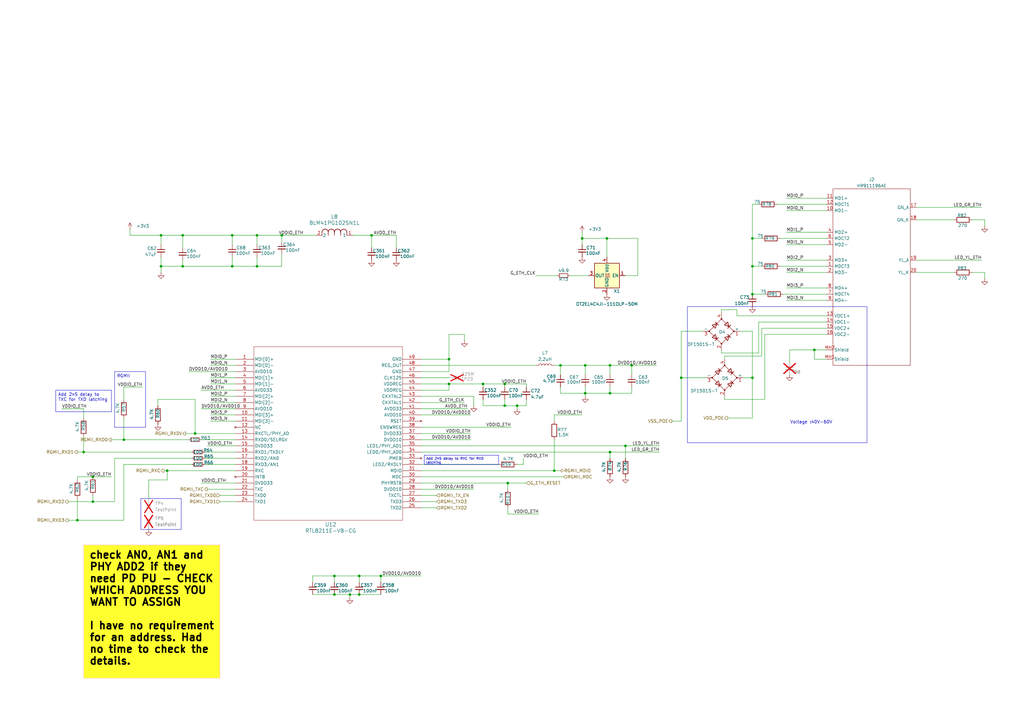
<source format=kicad_sch>
(kicad_sch (version 20231120) (generator "eeschema") (generator_version "8.0")
  (paper "A3")
  (title_block (title "RASBB") (date "2025-04-13") (rev "B") (company "Mina Daneshpajouh"))
  (lib_symbols
    (symbol "Connector:TestPoint" (pin_numbers hide) (pin_names (offset 0.762) hide)
      (property "Reference" "TP" (at 0 6.858 0))
      (property "Value" "TestPoint" (at 0 5.08 0))
      (symbol "TestPoint_1_1"
        (pin passive line (at 0 0 90) (length 2.54) (name "1") (number "1"))
      )
    )
    (symbol "Device:C_Small" (pin_numbers hide) (pin_names (offset 0.254) hide)
      (property "Reference" "C" (at 0.254 1.778 0))
      (property "Value" "C_Small" (at 0.254 -2.032 0))
      (symbol "C_Small_1_1"
        (pin passive line (at 0 2.54 270) (length 2.032) (name "~") (number "1"))
        (pin passive line (at 0 -2.54 90) (length 2.032) (name "~") (number "2"))
      )
    )
    (symbol "Device:D_Bridge_+A-A" (pin_names (offset 0))
      (property "Reference" "D" (at 2.54 6.985 0))
      (property "Value" "D_Bridge_+A-A" (at 2.54 5.08 0))
      (symbol "D_Bridge_+A-A_1_1"
        (pin passive line (at 7.62 0 180) (length 2.54) (name "+") (number "1"))
        (pin passive line (at 0 -7.62 90) (length 2.54) (name "~") (number "2"))
        (pin passive line (at -7.62 0 0) (length 2.54) (name "-") (number "3"))
        (pin passive line (at 0 7.62 270) (length 2.54) (name "~") (number "4"))
      )
    )
    (symbol "Device:L" (pin_numbers hide) (pin_names (offset 1.016) hide)
      (property "Reference" "L" (at -1.27 0 90))
      (property "Value" "L" (at 1.905 0 90))
      (symbol "L_1_1"
        (pin passive line (at 0 3.81 270) (length 1.27) (name "1") (number "1"))
        (pin passive line (at 0 -3.81 90) (length 1.27) (name "2") (number "2"))
      )
    )
    (symbol "Device:R" (pin_numbers hide) (pin_names (offset 0))
      (property "Reference" "R" (at 2.032 0 90))
      (property "Value" "R" (at 0 0 90))
      (symbol "R_1_1"
        (pin passive line (at 0 3.81 270) (length 1.27) (name "~") (number "1"))
        (pin passive line (at 0 -3.81 90) (length 1.27) (name "~") (number "2"))
      )
    )
    (symbol "Device:R_Small" (pin_numbers hide) (pin_names (offset 0.254) hide)
      (property "Reference" "R" (at 0.762 0.508 0))
      (property "Value" "R_Small" (at 0.762 -1.016 0))
      (symbol "R_Small_1_1"
        (pin passive line (at 0 2.54 270) (length 0.762) (name "~") (number "1"))
        (pin passive line (at 0 -2.54 90) (length 0.762) (name "~") (number "2"))
      )
    )
    (symbol "Oscillator:ASE-xxxMHz" (pin_names (offset 0.254))
      (property "Reference" "X" (at -5.08 6.35 0))
      (property "Value" "ASE-xxxMHz" (at 1.27 -6.35 0))
      (symbol "ASE-xxxMHz_1_1"
        (pin input line (at -7.62 0 0) (length 2.54) (name "EN") (number "1"))
        (pin power_in line (at 0 -7.62 90) (length 2.54) (name "GND") (number "2"))
        (pin output line (at 7.62 0 180) (length 2.54) (name "OUT") (number "3"))
        (pin power_in line (at 0 7.62 270) (length 2.54) (name "Vdd") (number "4"))
      )
    )
    (symbol "RASBB_Library:BLM41PG102SN1L" (pin_names (offset 0.254))
      (property "Reference" "L" (at 6.985 5.08 0))
      (property "Value" "BLM41PG102SN1L" (at 6.985 -2.54 0))
      (symbol "BLM41PG102SN1L_1_1"
        (pin unspecified line (at 15.24 0 180) (length 2.54) (name "1") (number "1"))
        (pin unspecified line (at 0 0 0) (length 2.54) (name "2") (number "2"))
      )
      (symbol "BLM41PG102SN1L_1_2"
        (pin unspecified line (at 0 15.24 270) (length 2.54) (name "1") (number "1"))
        (pin unspecified line (at 0 0 90) (length 2.54) (name "2") (number "2"))
      )
    )
    (symbol "RASBB_Library:HR911196AE"
      (property "Reference" "J2" (at 9.525 27.94 0))
      (property "Value" "HR911196AE" (at 9.525 25.4 0))
      (symbol "HR911196AE_1_1"
        (pin output line (at -8.89 -7.62 0) (length 2.54) (name "MDCT3") (number "1"))
        (pin input line (at -8.89 15.24 0) (length 2.54) (name "MD1-") (number "10"))
        (pin input line (at -8.89 20.32 0) (length 2.54) (name "MD1+") (number "11"))
        (pin input line (at -8.89 17.78 0) (length 2.54) (name "MDCT1") (number "12"))
        (pin power_out line (at -8.89 -27.94 0) (length 2.54) (name "VDC1+") (number "13"))
        (pin power_out line (at -8.89 -30.48 0) (length 2.54) (name "VDC1-") (number "14"))
        (pin power_out line (at -8.89 -33.02 0) (length 2.54) (name "VDC2+") (number "15"))
        (pin power_out line (at -8.89 -35.56 0) (length 2.54) (name "VDC2-") (number "16"))
        (pin input line (at 27.94 16.51 180) (length 2.54) (name "GN_A") (number "17"))
        (pin passive line (at 27.94 11.43 180) (length 2.54) (name "GN_K") (number "18"))
        (pin input line (at 27.94 -5.08 180) (length 2.54) (name "YL_A") (number "19"))
        (pin output line (at -8.89 -10.16 0) (length 2.54) (name "MD3-") (number "2"))
        (pin passive line (at 27.94 -10.16 180) (length 2.54) (name "YL_K") (number "20"))
        (pin output line (at -8.89 -5.08 0) (length 2.54) (name "MD3+") (number "3"))
        (pin output line (at -8.89 6.35 0) (length 2.54) (name "MD2+") (number "4"))
        (pin output line (at -8.89 1.27 0) (length 2.54) (name "MD2-") (number "5"))
        (pin output line (at -8.89 3.81 0) (length 2.54) (name "MDCT2") (number "6"))
        (pin output line (at -8.89 -19.05 0) (length 2.54) (name "MDCT4") (number "7"))
        (pin output line (at -8.89 -16.51 0) (length 2.54) (name "MD4+") (number "8"))
        (pin output line (at -8.89 -21.59 0) (length 2.54) (name "MD4-") (number "9"))
        (pin passive line (at -8.89 -45.72 0) (length 2.54) (name "Shield") (number "MH1"))
        (pin passive line (at -8.89 -41.91 0) (length 2.54) (name "Shield") (number "MH2"))
      )
    )
    (symbol "RASBB_Library:RTL8211E-VB-CG" (pin_names (offset 0.254))
      (property "Reference" "U12" (at 38.1 10.16 0))
      (property "Value" "RTL8211E-VB-CG" (at 38.1 7.62 0))
      (symbol "RTL8211E-VB-CG_0_1"
        (pin bidirectional line (at 0 0 0) (length 7.62) (name "MDI[0]+") (number "1"))
        (pin bidirectional line (at 0 -22.86 0) (length 7.62) (name "MDI[3]+") (number "10"))
        (pin bidirectional line (at 0 -25.4 0) (length 7.62) (name "MDI[3]-") (number "11"))
        (pin no_connect line (at 0 -27.94 0) (length 7.62) (name "NC") (number "12"))
        (pin output line (at 0 -30.48 0) (length 7.62) (name "RXCTL/PHY_AD") (number "13"))
        (pin output line (at 0 -33.02 0) (length 7.62) (name "RXD0/SELRGV") (number "14"))
        (pin power_in line (at 0 -35.56 0) (length 7.62) (name "DVDD33") (number "15"))
        (pin output line (at 0 -38.1 0) (length 7.62) (name "RXD1/TXDLY") (number "16"))
        (pin output line (at 0 -40.64 0) (length 7.62) (name "RXD2/AN0") (number "17"))
        (pin output line (at 0 -43.18 0) (length 7.62) (name "RXD3/AN1") (number "18"))
        (pin output line (at 0 -45.72 0) (length 7.62) (name "RXC") (number "19"))
        (pin bidirectional line (at 0 -2.54 0) (length 7.62) (name "MDI[0]-") (number "2"))
        (pin no_connect line (at 0 -48.26 0) (length 7.62) (name "INTB") (number "20"))
        (pin power_in line (at 0 -50.8 0) (length 7.62) (name "DVDD33") (number "21"))
        (pin input line (at 0 -53.34 0) (length 7.62) (name "TXC") (number "22"))
        (pin input line (at 0 -55.88 0) (length 7.62) (name "TXD0") (number "23"))
        (pin input line (at 0 -58.42 0) (length 7.62) (name "TXD1") (number "24"))
        (pin input line (at 76.2 -60.96 180) (length 7.62) (name "TXD2") (number "25"))
        (pin input line (at 76.2 -58.42 180) (length 7.62) (name "TXD3") (number "26"))
        (pin input line (at 76.2 -55.88 180) (length 7.62) (name "TXCTL") (number "27"))
        (pin power_in line (at 76.2 -53.34 180) (length 7.62) (name "DVDD10") (number "28"))
        (pin input line (at 76.2 -50.8 180) (length 7.62) (name "PHYRSTB") (number "29"))
        (pin power_in line (at 0 -5.08 0) (length 7.62) (name "AVDD10") (number "3"))
        (pin input line (at 76.2 -48.26 180) (length 7.62) (name "MDC") (number "30"))
        (pin bidirectional line (at 76.2 -45.72 180) (length 7.62) (name "MDIO") (number "31"))
        (pin output line (at 76.2 -43.18 180) (length 7.62) (name "LED2/RXDLY") (number "32"))
        (pin no_connect line (at 76.2 -40.64 180) (length 7.62) (name "PMEB") (number "33"))
        (pin output line (at 76.2 -38.1 180) (length 7.62) (name "LED0/PHY_AD0") (number "34"))
        (pin output line (at 76.2 -35.56 180) (length 7.62) (name "LED1/PHY_AD1") (number "35"))
        (pin power_in line (at 76.2 -33.02 180) (length 7.62) (name "DVDD10") (number "36"))
        (pin power_in line (at 76.2 -30.48 180) (length 7.62) (name "DVDD33") (number "37"))
        (pin input line (at 76.2 -27.94 180) (length 7.62) (name "ENSWREG") (number "38"))
        (pin no_connect line (at 76.2 -25.4 180) (length 7.62) (name "RSET") (number "39"))
        (pin bidirectional line (at 0 -7.62 0) (length 7.62) (name "MDI[1]+") (number "4"))
        (pin power_in line (at 76.2 -22.86 180) (length 7.62) (name "AVDD10") (number "40"))
        (pin power_in line (at 76.2 -20.32 180) (length 7.62) (name "AVDD33") (number "41"))
        (pin input line (at 76.2 -17.78 180) (length 7.62) (name "CKXTAL1") (number "42"))
        (pin output line (at 76.2 -15.24 180) (length 7.62) (name "CKXTAL2") (number "43"))
        (pin power_in line (at 76.2 -12.7 180) (length 7.62) (name "VDDREG") (number "44"))
        (pin power_in line (at 76.2 -10.16 180) (length 7.62) (name "VDDREG") (number "45"))
        (pin power_out line (at 76.2 -5.08 180) (length 7.62) (name "GND") (number "47"))
        (pin output line (at 76.2 -2.54 180) (length 7.62) (name "REG_OUT") (number "48"))
        (pin power_out line (at 76.2 0 180) (length 7.62) (name "GND") (number "49"))
        (pin bidirectional line (at 0 -10.16 0) (length 7.62) (name "MDI[1]-") (number "5"))
        (pin power_in line (at 0 -12.7 0) (length 7.62) (name "AVDD33") (number "6"))
        (pin bidirectional line (at 0 -15.24 0) (length 7.62) (name "MDI[2]+") (number "7"))
        (pin bidirectional line (at 0 -17.78 0) (length 7.62) (name "MDI[2]-") (number "8"))
        (pin power_in line (at 0 -20.32 0) (length 7.62) (name "AVDD10") (number "9"))
      )
      (symbol "RTL8211E-VB-CG_1_1"
        (pin output line (at 76.2 -7.62 180) (length 7.62) (name "CLK125") (number "46"))
      )
    )
    (symbol "power:+3.3V" (power) (pin_numbers hide) (pin_names (offset 0) hide)
      (property "Value" "+3.3V" (at 0 3.556 0))
      (symbol "+3.3V_1_1"
        (pin power_in line (at 0 0 90) (length 0) (name "~") (number "1"))
      )
    )
    (symbol "power:GND" (power) (pin_numbers hide) (pin_names (offset 0) hide)
      (property "Value" "GND" (at 0 -3.81 0))
      (symbol "GND_1_1"
        (pin power_in line (at 0 0 270) (length 0) hide (name "GND") (number "1"))
      )
    )
  )
  (junction (at 66.04 109.22))
  (junction (at 115.57 96.52))
  (junction (at 68.58 193.04))
  (junction (at 137.16 236.22))
  (junction (at 229.87 149.86))
  (junction (at 50.8 180.34))
  (junction (at 198.12 157.48))
  (junction (at 227.33 193.04))
  (junction (at 208.28 198.12))
  (junction (at 74.93 96.52))
  (junction (at 308.61 120.65))
  (junction (at 184.15 147.32))
  (junction (at 334.01 143.51))
  (junction (at 250.19 161.29))
  (junction (at 147.32 236.22))
  (junction (at 156.21 236.22))
  (junction (at 248.92 97.79))
  (junction (at 308.61 109.22))
  (junction (at 31.75 213.36))
  (junction (at 152.4 96.52))
  (junction (at 184.15 157.48))
  (junction (at 143.51 243.84))
  (junction (at 240.03 161.29))
  (junction (at 105.41 96.52))
  (junction (at 95.25 96.52))
  (junction (at 147.32 243.84))
  (junction (at 238.76 97.79))
  (junction (at 38.1 205.74))
  (junction (at 308.61 154.94))
  (junction (at 137.16 243.84))
  (junction (at 212.09 166.37))
  (junction (at 34.29 185.42))
  (junction (at 250.19 149.86))
  (junction (at 38.1 195.58))
  (junction (at 240.03 149.86))
  (junction (at 279.4 154.94))
  (junction (at 256.54 182.88))
  (junction (at 250.19 185.42))
  (junction (at 308.61 97.79))
  (junction (at 95.25 109.22))
  (junction (at 66.04 96.52))
  (junction (at 259.08 149.86))
  (junction (at 207.01 166.37))
  (junction (at 74.93 109.22))
  (junction (at 80.01 177.8))
  (junction (at 105.41 109.22))
  (junction (at 207.01 157.48))
  (wire (pts (xy 95.25 109.22) (xy 95.25 105.41)))
  (wire (pts (xy 31.75 185.42) (xy 34.29 185.42)))
  (wire (pts (xy 105.41 96.52) (xy 115.57 96.52)))
  (wire (pts (xy 38.1 205.74) (xy 46.99 205.74)))
  (wire (pts (xy 80.01 163.83) (xy 80.01 177.8)))
  (wire (pts (xy 288.29 135.89) (xy 279.4 135.89)))
  (wire (pts (xy 96.52 205.74) (xy 90.17 205.74)))
  (wire (pts (xy 279.4 154.94) (xy 289.56 154.94)))
  (wire (pts (xy 207.01 157.48) (xy 207.01 158.75)))
  (wire (pts (xy 46.99 187.96) (xy 78.74 187.96)))
  (wire (pts (xy 308.61 97.79) (xy 308.61 109.22)))
  (wire (pts (xy 82.55 160.02) (xy 96.52 160.02)))
  (wire (pts (xy 215.9 157.48) (xy 215.9 158.75)))
  (wire (pts (xy 238.76 95.25) (xy 238.76 97.79)))
  (wire (pts (xy 95.25 96.52) (xy 105.41 96.52)))
  (wire (pts (xy 227.33 180.34) (xy 227.33 193.04)))
  (wire (pts (xy 219.71 149.86) (xy 172.72 149.86)))
  (wire (pts (xy 250.19 161.29) (xy 240.03 161.29)))
  (wire (pts (xy 313.69 137.16) (xy 313.69 163.83)))
  (wire (pts (xy 308.61 83.82) (xy 311.15 83.82)))
  (wire (pts (xy 256.54 113.03) (xy 261.62 113.03)))
  (wire (pts (xy 66.04 109.22) (xy 66.04 111.76)))
  (wire (pts (xy 308.61 83.82) (xy 308.61 97.79)))
  (wire (pts (xy 184.15 147.32) (xy 184.15 137.16)))
  (wire (pts (xy 302.26 129.54) (xy 302.26 127)))
  (wire (pts (xy 31.75 213.36) (xy 50.8 213.36)))
  (wire (pts (xy 229.87 149.86) (xy 229.87 153.67)))
  (wire (pts (xy 60.96 196.85) (xy 68.58 196.85)))
  (wire (pts (xy 279.4 135.89) (xy 279.4 154.94)))
  (wire (pts (xy 184.15 152.4) (xy 184.15 147.32)))
  (wire (pts (xy 308.61 154.94) (xy 308.61 171.45)))
  (wire (pts (xy 86.36 154.94) (xy 96.52 154.94)))
  (wire (pts (xy 190.5 137.16) (xy 190.5 139.7)))
  (wire (pts (xy 207.01 157.48) (xy 215.9 157.48)))
  (wire (pts (xy 172.72 180.34) (xy 193.04 180.34)))
  (wire (pts (xy 240.03 161.29) (xy 229.87 161.29)))
  (wire (pts (xy 339.09 147.32) (xy 334.01 147.32)))
  (wire (pts (xy 375.92 85.09) (xy 402.59 85.09)))
  (wire (pts (xy 313.69 163.83) (xy 297.18 163.83)))
  (wire (pts (xy 318.77 83.82) (xy 339.09 83.82)))
  (wire (pts (xy 34.29 171.45) (xy 34.29 167.64)))
  (wire (pts (xy 308.61 97.79) (xy 312.42 97.79)))
  (wire (pts (xy 403.86 90.17) (xy 403.86 92.71)))
  (wire (pts (xy 198.12 166.37) (xy 207.01 166.37)))
  (wire (pts (xy 76.2 177.8) (xy 80.01 177.8)))
  (wire (pts (xy 172.72 190.5) (xy 204.47 190.5)))
  (wire (pts (xy 172.72 177.8) (xy 193.04 177.8)))
  (wire (pts (xy 172.72 198.12) (xy 208.28 198.12)))
  (wire (pts (xy 302.26 127) (xy 295.91 127)))
  (wire (pts (xy 74.93 96.52) (xy 95.25 96.52)))
  (wire (pts (xy 297.18 163.83) (xy 297.18 162.56)))
  (wire (pts (xy 115.57 104.14) (xy 115.57 109.22)))
  (wire (pts (xy 172.72 157.48) (xy 184.15 157.48)))
  (wire (pts (xy 162.56 96.52) (xy 162.56 101.6)))
  (wire (pts (xy 312.42 146.05) (xy 297.18 146.05)))
  (wire (pts (xy 308.61 120.65) (xy 313.69 120.65)))
  (wire (pts (xy 308.61 109.22) (xy 312.42 109.22)))
  (wire (pts (xy 60.96 196.85) (xy 60.96 204.47)))
  (wire (pts (xy 66.04 105.41) (xy 66.04 109.22)))
  (wire (pts (xy 375.92 106.68) (xy 402.59 106.68)))
  (wire (pts (xy 25.4 167.64) (xy 34.29 167.64)))
  (wire (pts (xy 66.04 96.52) (xy 66.04 100.33)))
  (wire (pts (xy 312.42 134.62) (xy 312.42 146.05)))
  (wire (pts (xy 172.72 195.58) (xy 231.14 195.58)))
  (wire (pts (xy 184.15 157.48) (xy 198.12 157.48)))
  (wire (pts (xy 398.78 111.76) (xy 403.86 111.76)))
  (wire (pts (xy 172.72 200.66) (xy 194.31 200.66)))
  (wire (pts (xy 66.04 96.52) (xy 74.93 96.52)))
  (wire (pts (xy 82.55 167.64) (xy 96.52 167.64)))
  (wire (pts (xy 38.1 203.2) (xy 38.1 205.74)))
  (wire (pts (xy 95.25 109.22) (xy 105.41 109.22)))
  (wire (pts (xy 50.8 180.34) (xy 77.47 180.34)))
  (wire (pts (xy 156.21 236.22) (xy 172.72 236.22)))
  (wire (pts (xy 86.36 165.1) (xy 96.52 165.1)))
  (wire (pts (xy 147.32 236.22) (xy 137.16 236.22)))
  (wire (pts (xy 115.57 109.22) (xy 105.41 109.22)))
  (wire (pts (xy 152.4 96.52) (xy 162.56 96.52)))
  (wire (pts (xy 261.62 97.79) (xy 248.92 97.79)))
  (wire (pts (xy 321.31 120.65) (xy 339.09 120.65)))
  (wire (pts (xy 144.78 96.52) (xy 152.4 96.52)))
  (wire (pts (xy 172.72 193.04) (xy 227.33 193.04)))
  (wire (pts (xy 105.41 96.52) (xy 105.41 100.33)))
  (wire (pts (xy 34.29 179.07) (xy 34.29 185.42)))
  (wire (pts (xy 250.19 149.86) (xy 240.03 149.86)))
  (wire (pts (xy 295.91 127) (xy 295.91 128.27)))
  (wire (pts (xy 208.28 198.12) (xy 215.9 198.12)))
  (wire (pts (xy 156.21 238.76) (xy 156.21 236.22)))
  (wire (pts (xy 46.99 205.74) (xy 46.99 187.96)))
  (wire (pts (xy 212.09 166.37) (xy 215.9 166.37)))
  (wire (pts (xy 172.72 185.42) (xy 250.19 185.42)))
  (wire (pts (xy 198.12 157.48) (xy 198.12 158.75)))
  (wire (pts (xy 279.4 154.94) (xy 279.4 172.72)))
  (wire (pts (xy 240.03 149.86) (xy 229.87 149.86)))
  (wire (pts (xy 86.36 157.48) (xy 96.52 157.48)))
  (wire (pts (xy 240.03 158.75) (xy 240.03 161.29)))
  (wire (pts (xy 68.58 193.04) (xy 96.52 193.04)))
  (wire (pts (xy 322.58 86.36) (xy 339.09 86.36)))
  (wire (pts (xy 212.09 190.5) (xy 214.63 190.5)))
  (wire (pts (xy 172.72 175.26) (xy 209.55 175.26)))
  (wire (pts (xy 228.6 113.03) (xy 219.71 113.03)))
  (wire (pts (xy 323.85 143.51) (xy 323.85 148.59)))
  (wire (pts (xy 83.82 190.5) (xy 96.52 190.5)))
  (wire (pts (xy 250.19 187.96) (xy 250.19 185.42)))
  (wire (pts (xy 172.72 162.56) (xy 194.31 162.56)))
  (wire (pts (xy 156.21 236.22) (xy 147.32 236.22)))
  (wire (pts (xy 82.55 180.34) (xy 96.52 180.34)))
  (wire (pts (xy 53.34 93.98) (xy 53.34 96.52)))
  (wire (pts (xy 66.04 109.22) (xy 74.93 109.22)))
  (wire (pts (xy 184.15 160.02) (xy 184.15 157.48)))
  (wire (pts (xy 308.61 109.22) (xy 308.61 120.65)))
  (wire (pts (xy 238.76 97.79) (xy 248.92 97.79)))
  (wire (pts (xy 143.51 243.84) (xy 147.32 243.84)))
  (wire (pts (xy 256.54 182.88) (xy 270.51 182.88)))
  (wire (pts (xy 64.77 163.83) (xy 64.77 166.37)))
  (wire (pts (xy 227.33 172.72) (xy 227.33 170.18)))
  (wire (pts (xy 238.76 97.79) (xy 238.76 100.33)))
  (wire (pts (xy 50.8 190.5) (xy 78.74 190.5)))
  (wire (pts (xy 259.08 149.86) (xy 250.19 149.86)))
  (wire (pts (xy 375.92 90.17) (xy 391.16 90.17)))
  (wire (pts (xy 31.75 195.58) (xy 38.1 195.58)))
  (wire (pts (xy 320.04 109.22) (xy 339.09 109.22)))
  (wire (pts (xy 303.53 135.89) (xy 308.61 135.89)))
  (wire (pts (xy 80.01 177.8) (xy 96.52 177.8)))
  (wire (pts (xy 137.16 243.84) (xy 143.51 243.84)))
  (wire (pts (xy 241.3 113.03) (xy 233.68 113.03)))
  (wire (pts (xy 298.45 171.45) (xy 308.61 171.45)))
  (wire (pts (xy 208.28 210.82) (xy 220.98 210.82)))
  (wire (pts (xy 86.36 149.86) (xy 96.52 149.86)))
  (wire (pts (xy 250.19 158.75) (xy 250.19 161.29)))
  (wire (pts (xy 334.01 147.32) (xy 334.01 143.51)))
  (wire (pts (xy 322.58 123.19) (xy 339.09 123.19)))
  (wire (pts (xy 240.03 161.29) (xy 240.03 162.56)))
  (wire (pts (xy 250.19 149.86) (xy 250.19 153.67)))
  (wire (pts (xy 172.72 203.2) (xy 179.07 203.2)))
  (wire (pts (xy 147.32 243.84) (xy 156.21 243.84)))
  (wire (pts (xy 311.15 132.08) (xy 311.15 144.78)))
  (wire (pts (xy 86.36 172.72) (xy 96.52 172.72)))
  (wire (pts (xy 322.58 81.28) (xy 339.09 81.28)))
  (wire (pts (xy 322.58 100.33) (xy 339.09 100.33)))
  (wire (pts (xy 339.09 132.08) (xy 311.15 132.08)))
  (wire (pts (xy 172.72 167.64) (xy 191.77 167.64)))
  (wire (pts (xy 339.09 137.16) (xy 313.69 137.16)))
  (wire (pts (xy 95.25 96.52) (xy 95.25 100.33)))
  (wire (pts (xy 172.72 182.88) (xy 256.54 182.88)))
  (wire (pts (xy 194.31 162.56) (xy 194.31 166.37)))
  (wire (pts (xy 322.58 118.11) (xy 339.09 118.11)))
  (wire (pts (xy 322.58 95.25) (xy 339.09 95.25)))
  (wire (pts (xy 339.09 143.51) (xy 334.01 143.51)))
  (wire (pts (xy 334.01 143.51) (xy 323.85 143.51)))
  (wire (pts (xy 214.63 187.96) (xy 214.63 190.5)))
  (wire (pts (xy 322.58 106.68) (xy 339.09 106.68)))
  (wire (pts (xy 184.15 137.16) (xy 190.5 137.16)))
  (wire (pts (xy 398.78 90.17) (xy 403.86 90.17)))
  (wire (pts (xy 85.09 200.66) (xy 96.52 200.66)))
  (wire (pts (xy 96.52 152.4) (xy 77.47 152.4)))
  (wire (pts (xy 240.03 149.86) (xy 240.03 153.67)))
  (wire (pts (xy 86.36 162.56) (xy 96.52 162.56)))
  (wire (pts (xy 82.55 198.12) (xy 96.52 198.12)))
  (wire (pts (xy 50.8 213.36) (xy 50.8 190.5)))
  (wire (pts (xy 27.94 213.36) (xy 31.75 213.36)))
  (wire (pts (xy 147.32 236.22) (xy 147.32 238.76)))
  (wire (pts (xy 74.93 96.52) (xy 74.93 101.6)))
  (wire (pts (xy 227.33 193.04) (xy 229.87 193.04)))
  (wire (pts (xy 320.04 97.79) (xy 339.09 97.79)))
  (wire (pts (xy 322.58 111.76) (xy 339.09 111.76)))
  (wire (pts (xy 375.92 111.76) (xy 391.16 111.76)))
  (wire (pts (xy 86.36 170.18) (xy 96.52 170.18)))
  (wire (pts (xy 85.09 182.88) (xy 96.52 182.88)))
  (wire (pts (xy 208.28 210.82) (xy 208.28 208.28)))
  (wire (pts (xy 74.93 106.68) (xy 74.93 109.22)))
  (wire (pts (xy 229.87 161.29) (xy 229.87 158.75)))
  (wire (pts (xy 261.62 113.03) (xy 261.62 97.79)))
  (wire (pts (xy 256.54 182.88) (xy 256.54 187.96)))
  (wire (pts (xy 83.82 185.42) (xy 96.52 185.42)))
  (wire (pts (xy 172.72 147.32) (xy 184.15 147.32)))
  (wire (pts (xy 297.18 146.05) (xy 297.18 147.32)))
  (wire (pts (xy 172.72 154.94) (xy 184.15 154.94)))
  (wire (pts (xy 339.09 129.54) (xy 302.26 129.54)))
  (wire (pts (xy 152.4 96.52) (xy 152.4 101.6)))
  (wire (pts (xy 207.01 163.83) (xy 207.01 166.37)))
  (wire (pts (xy 172.72 205.74) (xy 179.07 205.74)))
  (wire (pts (xy 143.51 243.84) (xy 143.51 245.11)))
  (wire (pts (xy 248.92 97.79) (xy 248.92 105.41)))
  (wire (pts (xy 172.72 208.28) (xy 179.07 208.28)))
  (wire (pts (xy 105.41 105.41) (xy 105.41 109.22)))
  (wire (pts (xy 212.09 166.37) (xy 212.09 167.64)))
  (wire (pts (xy 172.72 152.4) (xy 184.15 152.4)))
  (wire (pts (xy 198.12 163.83) (xy 198.12 166.37)))
  (wire (pts (xy 96.52 203.2) (xy 90.17 203.2)))
  (wire (pts (xy 128.27 243.84) (xy 137.16 243.84)))
  (wire (pts (xy 339.09 134.62) (xy 312.42 134.62)))
  (wire (pts (xy 74.93 109.22) (xy 95.25 109.22)))
  (wire (pts (xy 53.34 96.52) (xy 66.04 96.52)))
  (wire (pts (xy 215.9 166.37) (xy 215.9 163.83)))
  (wire (pts (xy 250.19 185.42) (xy 270.51 185.42)))
  (wire (pts (xy 27.94 205.74) (xy 38.1 205.74)))
  (wire (pts (xy 45.72 180.34) (xy 50.8 180.34)))
  (wire (pts (xy 50.8 171.45) (xy 50.8 180.34)))
  (wire (pts (xy 259.08 158.75) (xy 259.08 161.29)))
  (wire (pts (xy 403.86 111.76) (xy 403.86 114.3)))
  (wire (pts (xy 68.58 196.85) (xy 68.58 193.04)))
  (wire (pts (xy 38.1 195.58) (xy 45.72 195.58)))
  (wire (pts (xy 115.57 96.52) (xy 129.54 96.52)))
  (wire (pts (xy 115.57 96.52) (xy 115.57 99.06)))
  (wire (pts (xy 229.87 149.86) (xy 227.33 149.86)))
  (wire (pts (xy 83.82 187.96) (xy 96.52 187.96)))
  (wire (pts (xy 308.61 154.94) (xy 304.8 154.94)))
  (wire (pts (xy 50.8 158.75) (xy 58.42 158.75)))
  (wire (pts (xy 67.31 193.04) (xy 68.58 193.04)))
  (wire (pts (xy 172.72 160.02) (xy 184.15 160.02)))
  (wire (pts (xy 128.27 236.22) (xy 128.27 238.76)))
  (wire (pts (xy 64.77 163.83) (xy 80.01 163.83)))
  (wire (pts (xy 137.16 236.22) (xy 128.27 236.22)))
  (wire (pts (xy 50.8 158.75) (xy 50.8 163.83)))
  (wire (pts (xy 86.36 147.32) (xy 96.52 147.32)))
  (wire (pts (xy 295.91 144.78) (xy 295.91 143.51)))
  (wire (pts (xy 198.12 157.48) (xy 207.01 157.48)))
  (wire (pts (xy 31.75 196.85) (xy 31.75 195.58)))
  (wire (pts (xy 137.16 236.22) (xy 137.16 238.76)))
  (wire (pts (xy 227.33 170.18) (xy 238.76 170.18)))
  (wire (pts (xy 31.75 204.47) (xy 31.75 213.36)))
  (wire (pts (xy 269.24 149.86) (xy 259.08 149.86)))
  (wire (pts (xy 172.72 165.1) (xy 190.5 165.1)))
  (wire (pts (xy 259.08 161.29) (xy 250.19 161.29)))
  (wire (pts (xy 275.59 172.72) (xy 279.4 172.72)))
  (wire (pts (xy 172.72 170.18) (xy 193.04 170.18)))
  (wire (pts (xy 259.08 149.86) (xy 259.08 153.67)))
  (wire (pts (xy 308.61 135.89) (xy 308.61 154.94)))
  (wire (pts (xy 207.01 166.37) (xy 212.09 166.37)))
  (wire (pts (xy 311.15 144.78) (xy 295.91 144.78)))
  (wire (pts (xy 208.28 198.12) (xy 208.28 200.66)))
  (wire (pts (xy 34.29 185.42) (xy 78.74 185.42)))
  (rectangle (start 281.94 125.73) (end 355.6 181.61))
  (rectangle (start 57.785 204.47) (end 74.295 217.17))
  (text_box "check AN0, AN1 and PHY ADD2 if they need PD PU - CHECK WHICH ADDRESS YOU WANT TO ASSIGN\n\nI have no requirement for an address. Had no time to check the details.\n" (at 34.29 223.52 0) (size 55.88 54.61) (stroke (width 0) (color 255 176 189 1)) (fill (type color) (color 255 255 48 1)) (effects (font (size 3 3) (thickness 0.6) (bold yes)) (justify left top)))
  (text_box "Add 2nS delay to TXC for TXD latching\n" (at 22.86 160.02 0) (size 22.86 8.89) (effects (font (size 1.27 1.27)) (justify left top)))
  (text_box "RGMII\n" (at 46.99 152.4 0) (size 12.7 22.86) (effects (font (size 1.27 1.27)) (justify left top)))
  (text_box "Add 2nS delay to RXC for RXD latching\n" (at 173.99 186.69 0) (size 30.48 3.81) (effects (font (size 1 1)) (justify left top)))
  (text "Voltage :40V-60V" (at 332.74 173.228 0) (effects (font (size 1.27 1.27))))
  (label "MDI3_P" (at 86.36 170.18 0))
  (label "VDDIO_ETH" (at 25.4 167.64 0))
  (label "MDI3_N" (at 322.58 123.19 0))
  (label "MDI2_N" (at 322.58 111.76 0))
  (label "LED_YL_ETH" (at 402.59 106.68 180))
  (label "VDDIO_ETH" (at 85.09 182.88 0))
  (label "VDDIO_ETH" (at 82.55 198.12 0))
  (label "AVDD_ETH" (at 162.56 96.52 180))
  (label "DVDD10{slash}AVDD10" (at 172.72 236.22 180))
  (label "MDI3_P" (at 322.58 118.11 0))
  (label "VDDIO_ETH" (at 114.3 96.52 0))
  (label "LED_YL_ETH" (at 270.51 182.88 180))
  (label "DVDD10{slash}AVDD10" (at 82.55 167.64 0))
  (label "MDI2_P" (at 322.58 106.68 0))
  (label "LED_GR_ETH" (at 402.59 85.09 180))
  (label "VDDIO_ETH" (at 238.76 170.18 180))
  (label "G_ETH_CLK" (at 190.5 165.1 180))
  (label "G_ETH_CLK" (at 219.71 113.03 180))
  (label "MDI0_P" (at 86.36 147.32 0))
  (label "MDI0_P" (at 322.58 81.28 0))
  (label "MDI0_N" (at 86.36 149.86 0))
  (label "MDI2_P" (at 86.36 162.56 0))
  (label "DVDD10{slash}AVDD10" (at 193.04 170.18 180))
  (label "VDDIO_ETH" (at 220.98 210.82 180))
  (label "DVDD10{slash}AVDD10" (at 193.04 180.34 180))
  (label "DVDD10{slash}AVDD10" (at 269.24 149.86 180))
  (label "MDI2_N" (at 86.36 165.1 0))
  (label "MDI1_P" (at 322.58 95.25 0))
  (label "AVDD_ETH" (at 191.77 167.64 180))
  (label "LED_GR_ETH" (at 270.51 185.42 180))
  (label "MDI1_N" (at 322.58 100.33 0))
  (label "MDI3_N" (at 86.36 172.72 0))
  (label "AVDD_ETH" (at 82.55 160.02 0))
  (label "VDDIO_ETH" (at 58.42 158.75 180))
  (label "MDI1_N" (at 86.36 157.48 0))
  (label "MDI0_N" (at 322.58 86.36 0))
  (label "DVDD10{slash}AVDD10" (at 194.31 200.66 180))
  (label "MDI1_P" (at 86.36 154.94 0))
  (label "VDDIO_ETH" (at 214.63 187.96 0))
  (label "VDDIO_ETH" (at 45.72 195.58 180))
  (label "VDDIO_ETH" (at 193.04 177.8 180))
  (label "VDDIO_ETH" (at 209.55 175.26 180))
  (label "VDDIO_ETH" (at 215.9 157.48 180))
  (label "DVDD10{slash}AVDD10" (at 77.47 152.4 0))
  (hierarchical_label "RGMII_RXD3" (shape output) (at 27.94 213.36 180))
  (hierarchical_label "RGMII_TXD0" (shape input) (at 90.17 203.2 180))
  (hierarchical_label "G_ETH_RESET" (shape input) (at 215.9 198.12 0))
  (hierarchical_label "VSS_POE" (shape output) (at 275.59 172.72 180))
  (hierarchical_label "RGMII_RXC" (shape output) (at 67.31 193.04 180))
  (hierarchical_label "RGMII_RXD1" (shape output) (at 31.75 185.42 180))
  (hierarchical_label "RGMII_TXD3" (shape input) (at 179.07 205.74 0))
  (hierarchical_label "RGMII_RXDV" (shape output) (at 76.2 177.8 180))
  (hierarchical_label "RGMII_RXD0" (shape output) (at 45.72 180.34 180))
  (hierarchical_label "RGMII_TX_EN" (shape input) (at 179.07 203.2 0))
  (hierarchical_label "RGMII_TXD2" (shape input) (at 179.07 208.28 0))
  (hierarchical_label "RGMII_MDIO" (shape bidirectional) (at 229.87 193.04 0))
  (hierarchical_label "RGMII_MDC" (shape input) (at 231.14 195.58 0))
  (hierarchical_label "VDD_POE" (shape output) (at 298.45 171.45 180))
  (hierarchical_label "RGMII_TXC" (shape output) (at 85.09 200.66 180))
  (hierarchical_label "RGMII_TXD1" (shape input) (at 90.17 205.74 180))
  (hierarchical_label "RGMII_RXD2" (shape output) (at 27.94 205.74 180))
  (symbol (lib_id "Device:C_Small") (at 128.27 241.3 0) (unit 1)
    (property "Reference" "C359" (at 133.858 240.03 0) (effects (justify right)))
    (property "Value" "100nF" (at 135.89 242.316 0) (effects (justify right)))
    (property "Footprint" "Capacitor_SMD:C_0402_1005Metric" (effects (hide yes)))
    (property "Datasheet" "https://www.lcsc.com/datasheet/lcsc_datasheet_2309201533_Walsin-Tech-Corp-0402B103K100CT_C3840241.pdf" (effects (hide yes)))
    (property "Description" "10V 100nF X7R ±10% 0402 Multilayer Ceramic Capacitors MLCC - SMD/SMT ROHS" (effects (hide yes)))
    (property "Mfr. Part #" "0402B104K500CT" (effects (hide yes)))
    (property "LCSC Part #" "C152814" (effects (hide yes)))
  )
  (symbol (lib_id "Device:R_Small") (at 80.01 180.34 90) (unit 1)
    (property "Reference" "R63" (at 84.328 179.578 90))
    (property "Value" "100" (at 79.756 180.34 90))
    (property "Footprint" "Resistor_SMD:R_0402_1005Metric" (effects (hide yes)))
    (property "Description" "62.5mW Thick Film Resistors 50V ±100ppm/℃ ±1% 100Ω 0402 Chip Resistor - Surface Mount ROHS" (effects (hide yes)))
    (property "Mfr. Part #" "WR04X1000FTL" (effects (hide yes)))
    (property "LCSC Part #" "C163808" (effects (hide yes)))
  )
  (symbol (lib_id "power:GND") (at 323.85 153.67 0) (mirror y) (unit 1)
    (property "Reference" "#PWR061" (effects (hide yes)))
    (property "Value" "GND" (effects (hide yes)))
  )
  (symbol (lib_id "Device:R") (at 314.96 83.82 90) (unit 1)
    (property "Reference" "R78" (at 316.484 83.82 90) (effects (justify left)))
    (property "Value" "75" (at 311.912 82.804 90) (effects (justify left)))
    (property "Footprint" "Resistor_SMD:R_0603_1608Metric" (effects (hide yes)))
    (property "Description" "250mW Thick Film Resistors 150V ±100ppm/℃ ±1% 75Ω 0603 Chip Resistor - Surface Mount ROHS" (effects (hide yes)))
    (property "Mfr. Part #  " "ESR03EZPF75R0" (effects (hide yes)))
    (property "LCSC Part #  " "C2074227" (effects (hide yes)))
    (property "LCSC Part #" "C2074227" (effects (hide yes)))
    (property "Mfr. Part #" "ESR03EZPF75R0" (effects (hide yes)))
  )
  (symbol (lib_id "Device:C_Small") (at 105.41 102.87 0) (unit 1)
    (property "Reference" "C363" (at 110.998 101.6 0) (effects (justify right)))
    (property "Value" "100nF" (at 113.03 103.886 0) (effects (justify right)))
    (property "Footprint" "Capacitor_SMD:C_0402_1005Metric" (effects (hide yes)))
    (property "Datasheet" "https://www.lcsc.com/datasheet/lcsc_datasheet_2309201533_Walsin-Tech-Corp-0402B103K100CT_C3840241.pdf" (effects (hide yes)))
    (property "Description" "10V 100nF X7R ±10% 0402 Multilayer Ceramic Capacitors MLCC - SMD/SMT ROHS" (effects (hide yes)))
    (property "Mfr. Part #" "0402B104K500CT" (effects (hide yes)))
    (property "LCSC Part #" "C152814" (effects (hide yes)))
  )
  (symbol (lib_id "Device:C_Small") (at 198.12 161.29 0) (unit 1)
    (property "Reference" "C352" (at 203.708 160.02 0) (effects (justify right)))
    (property "Value" "100nF" (at 205.74 162.306 0) (effects (justify right)))
    (property "Footprint" "Capacitor_SMD:C_0402_1005Metric" (effects (hide yes)))
    (property "Datasheet" "https://www.lcsc.com/datasheet/lcsc_datasheet_2309201533_Walsin-Tech-Corp-0402B103K100CT_C3840241.pdf" (effects (hide yes)))
    (property "Description" "10V 100nF X7R ±10% 0402 Multilayer Ceramic Capacitors MLCC - SMD/SMT ROHS" (effects (hide yes)))
    (property "Mfr. Part #" "0402B104K500CT" (effects (hide yes)))
    (property "LCSC Part #" "C152814" (effects (hide yes)))
  )
  (symbol (lib_id "Device:R") (at 38.1 199.39 180) (unit 1)
    (property "Reference" "R61" (at 38.1 196.85 90) (effects (justify left)))
    (property "Value" "4.7K" (at 35.56 196.85 90) (effects (justify left)))
    (property "Footprint" "Resistor_SMD:R_0402_1005Metric" (effects (hide yes)))
    (property "Datasheet" "https://www.lcsc.com/datasheet/lcsc_datasheet_2304140030_Walsin-Tech-Corp-WR04X4701FTL_C163826.pdf" (effects (hide yes)))
    (property "Description" "62.5mW Thick Film Resistors 50V ±100ppm/℃ ±1% 4.7kΩ 0402 Chip Resistor - Surface Mount ROHS" (effects (hide yes)))
    (property "Mfr. Part # " "WR04X4701FTL" (effects (hide yes)))
    (property "LCSC Part # " "C163826" (effects (hide yes)))
    (property "Mfr. Part #" "WR04X4701FTL" (effects (hide yes)))
    (property "LCSC Part #" "C163826" (effects (hide yes)))
  )
  (symbol (lib_id "Device:C_Small") (at 156.21 241.3 0) (unit 1)
    (property "Reference" "C358" (at 161.798 240.03 0) (effects (justify right)))
    (property "Value" "100nF" (at 163.83 242.316 0) (effects (justify right)))
    (property "Footprint" "Capacitor_SMD:C_0402_1005Metric" (effects (hide yes)))
    (property "Datasheet" "https://www.lcsc.com/datasheet/lcsc_datasheet_2309201533_Walsin-Tech-Corp-0402B103K100CT_C3840241.pdf" (effects (hide yes)))
    (property "Description" "10V 100nF X7R ±10% 0402 Multilayer Ceramic Capacitors MLCC - SMD/SMT ROHS" (effects (hide yes)))
    (property "Mfr. Part #" "0402B104K500CT" (effects (hide yes)))
    (property "LCSC Part #" "C152814" (effects (hide yes)))
  )
  (symbol (lib_id "RASBB_Library:BLM41PG102SN1L") (at 129.54 96.52 0) (unit 1)
    (property "Reference" "L8" (at 137.16 88.9 0) (effects (font (size 1.524 1.524))))
    (property "Value" "BLM41PG102SN1L" (at 137.16 91.44 0) (effects (font (size 1.524 1.524))))
    (property "Footprint" "RASBB:IND_BLM41_1806_MUR-M" (effects (hide yes)))
    (property "Datasheet" "https://www.lcsc.com/datasheet/lcsc_datasheet_1808132354_Murata-Electronics-BLM41PG102SN1L_C88999.pdf" (effects (hide yes)))
    (property "Description" "90mΩ ±25% 1kΩ@100MHz 1806 Ferrite Beads ROHS" (effects (hide yes)))
    (property "Mfr. Part #  " "BLM41PG102SN1L" (effects (hide yes)))
    (property "LCSC Part #  " "C88999" (effects (hide yes)))
    (property "LCSC Part #" "C88999" (effects (hide yes)))
    (property "Mfr. Part #" "BLM41PG102SN1L" (effects (hide yes)))
  )
  (symbol (lib_id "Device:C_Small") (at 207.01 161.29 0) (unit 1)
    (property "Reference" "C70" (at 212.598 160.02 0) (effects (justify right)))
    (property "Value" "100nF" (at 214.63 162.306 0) (effects (justify right)))
    (property "Footprint" "Capacitor_SMD:C_0402_1005Metric" (effects (hide yes)))
    (property "Datasheet" "https://www.lcsc.com/datasheet/lcsc_datasheet_2309201533_Walsin-Tech-Corp-0402B103K100CT_C3840241.pdf" (effects (hide yes)))
    (property "Description" "10V 100nF X7R ±10% 0402 Multilayer Ceramic Capacitors MLCC - SMD/SMT ROHS" (effects (hide yes)))
    (property "Mfr. Part #" "0402B104K500CT" (effects (hide yes)))
    (property "LCSC Part #" "C152814" (effects (hide yes)))
  )
  (symbol (lib_id "Device:R_Small") (at 81.28 187.96 90) (unit 1)
    (property "Reference" "R65" (at 85.598 187.198 90))
    (property "Value" "100" (at 81.026 187.96 90))
    (property "Footprint" "Resistor_SMD:R_0402_1005Metric" (effects (hide yes)))
    (property "Description" "62.5mW Thick Film Resistors 50V ±100ppm/℃ ±1% 100Ω 0402 Chip Resistor - Surface Mount ROHS" (effects (hide yes)))
    (property "Mfr. Part #" "WR04X1000FTL" (effects (hide yes)))
    (property "LCSC Part #" "C163808" (effects (hide yes)))
  )
  (symbol (lib_id "Device:R") (at 208.28 190.5 270) (unit 1)
    (property "Reference" "R59" (at 205.74 190.5 90) (effects (justify left)))
    (property "Value" "4.7K" (at 206.248 188.214 90) (effects (justify left)))
    (property "Footprint" "Resistor_SMD:R_0402_1005Metric" (effects (hide yes)))
    (property "Datasheet" "https://www.lcsc.com/datasheet/lcsc_datasheet_2304140030_Walsin-Tech-Corp-WR04X4701FTL_C163826.pdf" (effects (hide yes)))
    (property "Description" "62.5mW Thick Film Resistors 50V ±100ppm/℃ ±1% 4.7kΩ 0402 Chip Resistor - Surface Mount ROHS" (effects (hide yes)))
    (property "Mfr. Part # " "WR04X4701FTL" (effects (hide yes)))
    (property "LCSC Part # " "C163826" (effects (hide yes)))
    (property "Mfr. Part #" "WR04X4701FTL" (effects (hide yes)))
    (property "LCSC Part #" "C163826" (effects (hide yes)))
  )
  (symbol (lib_id "Device:D_Bridge_+A-A") (at 295.91 135.89 0) (unit 1)
    (property "Reference" "D4" (at 296.164 136.144 0))
    (property "Value" "DF1501S-T" (at 287.528 141.224 0))
    (property "Footprint" "RASBB:DF1501ST" (effects (hide yes)))
    (property "Datasheet" "https://www.lcsc.com/datasheet/lcsc_datasheet_2304140030_Diodes-Incorporated-DF1501S-T_C155338.pdf" (effects (hide yes)))
    (property "Description" "50A 1.1V@1.5A 1.5A 100V DF-S Bridge Rectifiers ROHS" (effects (hide yes)))
    (property "Mfr. Part #  " "DF1501S-T" (effects (hide yes)))
    (property "LCSC Part #" "C155338" (effects (hide yes)))
    (property "Mfr. Part #" "DF1501S-T" (effects (hide yes)))
  )
  (symbol (lib_id "power:GND") (at 248.92 120.65 0) (mirror y) (unit 1)
    (property "Reference" "#PWR058" (effects (hide yes)))
    (property "Value" "GND" (effects (hide yes)))
  )
  (symbol (lib_id "RASBB_Library:RTL8211E-VB-CG") (at 96.52 147.32 0) (unit 1)
    (property "Reference" "U12" (at 135.636 215.138 0) (effects (font (size 1.524 1.524))))
    (property "Value" "RTL8211E-VB-CG" (at 135.636 217.678 0) (effects (font (size 1.524 1.524))))
    (property "Footprint" "RASBB:QFN48_6X6X0P85_RTK" (effects (hide yes)))
    (property "Datasheet" "RTL8211E-VB-CG" (effects (hide yes)))
    (property "Description" "4 PHYtransceiver QFN-48-EP(6x6) Ethernet Transceivers ROHS" (effects (hide yes)))
    (property "Mfr. Part # " "RTL8211E-VB-CG" (effects (hide yes)))
    (property "LCSC Part # " "C90735" (effects (hide yes)))
    (property "LCSC Part #" "C90735" (effects (hide yes)))
    (property "Mfr. Part #" "RTL8211E-VB-CG" (effects (hide yes)))
  )
  (symbol (lib_id "power:GND") (at 194.31 166.37 0) (mirror y) (unit 1)
    (property "Reference" "#PWR0248" (effects (hide yes)))
    (property "Value" "GND" (effects (hide yes)))
  )
  (symbol (lib_id "power:GND") (at 212.09 167.64 0) (unit 1)
    (property "Reference" "#PWR057" (effects (hide yes)))
    (property "Value" "GND" (effects (hide yes)))
  )
  (symbol (lib_id "Device:C_Small") (at 323.85 151.13 0) (unit 1) (dnp yes)
    (property "Reference" "C74" (effects (hide yes)))
    (property "Value" "tbd" (at 325.12 152.4 0) (effects (justify left)))
    (property "Footprint" "Capacitor_SMD:C_1206_3216Metric" (effects (hide yes)))
    (property "Description" "CAP, CER, 1nF, 2kV, 10%, X7R, 1210" (effects (hide yes)))
  )
  (symbol (lib_id "power:GND") (at 238.76 105.41 0) (mirror y) (unit 1)
    (property "Reference" "#PWR055" (effects (hide yes)))
    (property "Value" "GND" (effects (hide yes)))
  )
  (symbol (lib_id "power:GND") (at 256.54 195.58 0) (unit 1)
    (property "Reference" "#PWR056" (effects (hide yes)))
    (property "Value" "GND" (effects (hide yes)))
  )
  (symbol (lib_id "power:GND") (at 162.56 106.68 0) (unit 1)
    (property "Reference" "#PWR0249" (effects (hide yes)))
    (property "Value" "GND" (effects (hide yes)))
  )
  (symbol (lib_id "Device:C_Small") (at 229.87 156.21 0) (mirror y) (unit 1)
    (property "Reference" "C69" (at 228.092 154.432 0) (effects (justify left)))
    (property "Value" "4.7uF" (at 228.092 156.21 0) (effects (justify left)))
    (property "Footprint" "Capacitor_SMD:C_0402_1005Metric" (effects (hide yes)))
    (property "Datasheet" "https://www.lcsc.com/datasheet/lcsc_datasheet_1811081617_Murata-Electronics-GRM155R61A475KEAAD_C77004.pdf" (effects (hide yes)))
    (property "Description" "10V 4.7uF X5R ±10% 0402 Multilayer Ceramic Capacitors MLCC - SMD/SMT ROHS" (effects (hide yes)))
    (property "Mfr. Part #" "GRM155R61A475KEAAD " (effects (hide yes)))
    (property "LCSC Part #" "C77004" (effects (hide yes)))
  )
  (symbol (lib_id "Device:C_Small") (at 74.93 104.14 0) (unit 1)
    (property "Reference" "C64" (at 80.518 102.87 0) (effects (justify right)))
    (property "Value" "100nF" (at 82.55 105.156 0) (effects (justify right)))
    (property "Footprint" "Capacitor_SMD:C_0402_1005Metric" (effects (hide yes)))
    (property "Datasheet" "https://www.lcsc.com/datasheet/lcsc_datasheet_2309201533_Walsin-Tech-Corp-0402B103K100CT_C3840241.pdf" (effects (hide yes)))
    (property "Description" "10V 100nF X7R ±10% 0402 Multilayer Ceramic Capacitors MLCC - SMD/SMT ROHS" (effects (hide yes)))
    (property "Mfr. Part #" "0402B104K500CT" (effects (hide yes)))
    (property "LCSC Part #" "C152814" (effects (hide yes)))
  )
  (symbol (lib_id "Connector:TestPoint") (at 60.96 204.47 180) (unit 1) (dnp yes)
    (property "Reference" "TP4" (at 63.5 206.5019 0) (effects (justify right)))
    (property "Value" "TestPoint" (at 63.5 209.0419 0) (effects (justify right)))
    (property "Footprint" "TestPoint:TestPoint_Pad_D1.0mm" (effects (hide yes)))
    (property "Description" "test point" (effects (hide yes)))
  )
  (symbol (lib_id "Device:R") (at 316.23 109.22 90) (unit 1)
    (property "Reference" "R80" (at 317.754 109.22 90) (effects (justify left)))
    (property "Value" "75" (at 313.182 108.204 90) (effects (justify left)))
    (property "Footprint" "Resistor_SMD:R_0603_1608Metric" (effects (hide yes)))
    (property "Description" "250mW Thick Film Resistors 150V ±100ppm/℃ ±1% 75Ω 0603 Chip Resistor - Surface Mount ROHS" (effects (hide yes)))
    (property "Mfr. Part #  " "ESR03EZPF75R0" (effects (hide yes)))
    (property "LCSC Part #  " "C2074227" (effects (hide yes)))
    (property "LCSC Part #" "C2074227" (effects (hide yes)))
    (property "Mfr. Part #" "ESR03EZPF75R0" (effects (hide yes)))
  )
  (symbol (lib_id "power:GND") (at 240.03 162.56 0) (mirror y) (unit 1)
    (property "Reference" "#PWR048" (effects (hide yes)))
    (property "Value" "GND" (effects (hide yes)))
  )
  (symbol (lib_id "power:GND") (at 308.61 125.73 0) (mirror y) (unit 1)
    (property "Reference" "#PWR059" (effects (hide yes)))
    (property "Value" "GND" (effects (hide yes)))
  )
  (symbol (lib_id "Device:R") (at 34.29 175.26 180) (unit 1)
    (property "Reference" "R58" (at 34.29 172.72 90) (effects (justify left)))
    (property "Value" "4.7K" (at 31.75 172.72 90) (effects (justify left)))
    (property "Footprint" "Resistor_SMD:R_0402_1005Metric" (effects (hide yes)))
    (property "Datasheet" "https://www.lcsc.com/datasheet/lcsc_datasheet_2304140030_Walsin-Tech-Corp-WR04X4701FTL_C163826.pdf" (effects (hide yes)))
    (property "Description" "62.5mW Thick Film Resistors 50V ±100ppm/℃ ±1% 4.7kΩ 0402 Chip Resistor - Surface Mount ROHS" (effects (hide yes)))
    (property "Mfr. Part # " "WR04X4701FTL" (effects (hide yes)))
    (property "LCSC Part # " "C163826" (effects (hide yes)))
    (property "Mfr. Part #" "WR04X4701FTL" (effects (hide yes)))
    (property "LCSC Part #" "C163826" (effects (hide yes)))
  )
  (symbol (lib_id "Oscillator:ASE-xxxMHz") (at 248.92 113.03 0) (mirror y) (unit 1)
    (property "Reference" "X1" (at 252.984 119.38 0))
    (property "Value" "OT2EL4C4JI-111OLP-50M" (at 248.92 124.714 0))
    (property "Footprint" "Oscillator:Oscillator_SMD_Abracon_ASE-4Pin_3.2x2.5mm" (effects (hide yes)))
    (property "Datasheet" "https://www.lcsc.com/datasheet/lcsc_datasheet_2407310922_YXC-Crystal-Oscillators-OT2EL4C4JI-111OLP-50M_C5203552.pdf" (effects (hide yes)))
    (property "Description" "1.8V~3.3V ±10ppm CMOS 50MHz SMD3225-4P Crystal Oscillator" (effects (hide yes)))
    (property "LCSC Part #" "C5203552" (effects (hide yes)))
  )
  (symbol (lib_id "Device:C_Small") (at 137.16 241.3 0) (unit 1)
    (property "Reference" "C360" (at 142.748 240.03 0) (effects (justify right)))
    (property "Value" "100nF" (at 144.78 242.316 0) (effects (justify right)))
    (property "Footprint" "Capacitor_SMD:C_0402_1005Metric" (effects (hide yes)))
    (property "Datasheet" "https://www.lcsc.com/datasheet/lcsc_datasheet_2309201533_Walsin-Tech-Corp-0402B103K100CT_C3840241.pdf" (effects (hide yes)))
    (property "Description" "10V 100nF X7R ±10% 0402 Multilayer Ceramic Capacitors MLCC - SMD/SMT ROHS" (effects (hide yes)))
    (property "Mfr. Part #" "0402B104K500CT" (effects (hide yes)))
    (property "LCSC Part #" "C152814" (effects (hide yes)))
  )
  (symbol (lib_id "Device:C_Small") (at 238.76 102.87 0) (unit 1)
    (property "Reference" "C71" (at 244.348 101.6 0) (effects (justify right)))
    (property "Value" "100nF" (at 246.38 103.886 0) (effects (justify right)))
    (property "Footprint" "Capacitor_SMD:C_0402_1005Metric" (effects (hide yes)))
    (property "Datasheet" "https://www.lcsc.com/datasheet/lcsc_datasheet_2309201533_Walsin-Tech-Corp-0402B103K100CT_C3840241.pdf" (effects (hide yes)))
    (property "Description" "10V 100nF X7R ±10% 0402 Multilayer Ceramic Capacitors MLCC - SMD/SMT ROHS" (effects (hide yes)))
    (property "Mfr. Part #" "0402B104K500CT" (effects (hide yes)))
    (property "LCSC Part #" "C152814" (effects (hide yes)))
  )
  (symbol (lib_id "Device:R_Small") (at 81.28 185.42 90) (unit 1)
    (property "Reference" "R64" (at 85.344 184.658 90))
    (property "Value" "100" (at 81.026 185.42 90))
    (property "Footprint" "Resistor_SMD:R_0402_1005Metric" (effects (hide yes)))
    (property "Description" "62.5mW Thick Film Resistors 50V ±100ppm/℃ ±1% 100Ω 0402 Chip Resistor - Surface Mount ROHS" (effects (hide yes)))
    (property "Mfr. Part #" "WR04X1000FTL" (effects (hide yes)))
    (property "LCSC Part #" "C163808" (effects (hide yes)))
  )
  (symbol (lib_id "Device:C_Small") (at 259.08 156.21 0) (unit 1)
    (property "Reference" "C63" (at 265.684 154.686 0) (effects (justify right)))
    (property "Value" "100nF" (at 266.7 156.718 0) (effects (justify right)))
    (property "Footprint" "Capacitor_SMD:C_0402_1005Metric" (effects (hide yes)))
    (property "Datasheet" "https://www.lcsc.com/datasheet/lcsc_datasheet_2309201533_Walsin-Tech-Corp-0402B103K100CT_C3840241.pdf" (effects (hide yes)))
    (property "Description" "10V 100nF X7R ±10% 0402 Multilayer Ceramic Capacitors MLCC - SMD/SMT ROHS" (effects (hide yes)))
    (property "Mfr. Part #" "0402B104K500CT" (effects (hide yes)))
    (property "LCSC Part #" "C152814" (effects (hide yes)))
  )
  (symbol (lib_id "Device:R") (at 250.19 191.77 180) (unit 1)
    (property "Reference" "R74" (at 250.19 189.23 90) (effects (justify left)))
    (property "Value" "4.7K" (at 247.65 189.23 90) (effects (justify left)))
    (property "Footprint" "Resistor_SMD:R_0402_1005Metric" (effects (hide yes)))
    (property "Datasheet" "https://www.lcsc.com/datasheet/lcsc_datasheet_2304140030_Walsin-Tech-Corp-WR04X4701FTL_C163826.pdf" (effects (hide yes)))
    (property "Description" "62.5mW Thick Film Resistors 50V ±100ppm/℃ ±1% 4.7kΩ 0402 Chip Resistor - Surface Mount ROHS" (effects (hide yes)))
    (property "Mfr. Part # " "WR04X4701FTL" (effects (hide yes)))
    (property "LCSC Part # " "C163826" (effects (hide yes)))
    (property "Mfr. Part #" "WR04X4701FTL" (effects (hide yes)))
    (property "LCSC Part #" "C163826" (effects (hide yes)))
  )
  (symbol (lib_id "Device:R") (at 317.5 120.65 90) (unit 1)
    (property "Reference" "R81" (at 319.024 120.65 90) (effects (justify left)))
    (property "Value" "75" (at 314.452 119.634 90) (effects (justify left)))
    (property "Footprint" "Resistor_SMD:R_0603_1608Metric" (effects (hide yes)))
    (property "Description" "250mW Thick Film Resistors 150V ±100ppm/℃ ±1% 75Ω 0603 Chip Resistor - Surface Mount ROHS" (effects (hide yes)))
    (property "Mfr. Part #  " "ESR03EZPF75R0" (effects (hide yes)))
    (property "LCSC Part #  " "C2074227" (effects (hide yes)))
    (property "LCSC Part #" "C2074227" (effects (hide yes)))
    (property "Mfr. Part #" "ESR03EZPF75R0" (effects (hide yes)))
  )
  (symbol (lib_id "Device:D_Bridge_+A-A") (at 297.18 154.94 0) (unit 1)
    (property "Reference" "D5" (at 297.434 155.194 0))
    (property "Value" "DF1501S-T" (at 288.798 160.274 0))
    (property "Footprint" "RASBB:DF1501ST" (effects (hide yes)))
    (property "Datasheet" "https://www.lcsc.com/datasheet/lcsc_datasheet_2304140030_Diodes-Incorporated-DF1501S-T_C155338.pdf" (effects (hide yes)))
    (property "Description" "50A 1.1V@1.5A 1.5A 100V DF-S Bridge Rectifiers ROHS" (effects (hide yes)))
    (property "Mfr. Part #  " "DF1501S-T" (effects (hide yes)))
    (property "LCSC Part #" "C155338" (effects (hide yes)))
    (property "Mfr. Part #" "DF1501S-T" (effects (hide yes)))
  )
  (symbol (lib_id "Device:C_Small") (at 162.56 104.14 0) (unit 1)
    (property "Reference" "C362" (at 168.148 102.87 0) (effects (justify right)))
    (property "Value" "100nF" (at 170.18 105.156 0) (effects (justify right)))
    (property "Footprint" "Capacitor_SMD:C_0402_1005Metric" (effects (hide yes)))
    (property "Datasheet" "https://www.lcsc.com/datasheet/lcsc_datasheet_2309201533_Walsin-Tech-Corp-0402B103K100CT_C3840241.pdf" (effects (hide yes)))
    (property "Description" "10V 100nF X7R ±10% 0402 Multilayer Ceramic Capacitors MLCC - SMD/SMT ROHS" (effects (hide yes)))
    (property "Mfr. Part #" "0402B104K500CT" (effects (hide yes)))
    (property "LCSC Part #" "C152814" (effects (hide yes)))
  )
  (symbol (lib_id "Device:C_Small") (at 215.9 161.29 0) (unit 1)
    (property "Reference" "C72" (at 217.678 160.274 0) (effects (justify left)))
    (property "Value" "4.7uF" (at 217.678 162.814 0) (effects (justify left)))
    (property "Footprint" "Capacitor_SMD:C_0402_1005Metric" (effects (hide yes)))
    (property "Datasheet" "https://www.lcsc.com/datasheet/lcsc_datasheet_1811081617_Murata-Electronics-GRM155R61A475KEAAD_C77004.pdf" (effects (hide yes)))
    (property "Description" "10V 4.7uF X5R ±10% 0402 Multilayer Ceramic Capacitors MLCC - SMD/SMT ROHS" (effects (hide yes)))
    (property "Mfr. Part #" "GRM155R61A475KEAAD " (effects (hide yes)))
    (property "LCSC Part #" "C77004" (effects (hide yes)))
  )
  (symbol (lib_id "power:GND") (at 403.86 92.71 0) (unit 1)
    (property "Reference" "#PWR063" (effects (hide yes)))
    (property "Value" "GND" (effects (hide yes)))
  )
  (symbol (lib_id "Device:C_Small") (at 250.19 156.21 0) (mirror y) (unit 1)
    (property "Reference" "C65" (at 243.586 154.686 0) (effects (justify right)))
    (property "Value" "100nF" (at 242.57 156.718 0) (effects (justify right)))
    (property "Footprint" "Capacitor_SMD:C_0402_1005Metric" (effects (hide yes)))
    (property "Datasheet" "https://www.lcsc.com/datasheet/lcsc_datasheet_2309201533_Walsin-Tech-Corp-0402B103K100CT_C3840241.pdf" (effects (hide yes)))
    (property "Description" "10V 100nF X7R ±10% 0402 Multilayer Ceramic Capacitors MLCC - SMD/SMT ROHS" (effects (hide yes)))
    (property "Mfr. Part #" "0402B104K500CT" (effects (hide yes)))
    (property "LCSC Part #" "C152814" (effects (hide yes)))
  )
  (symbol (lib_id "Device:R") (at 394.97 111.76 90) (unit 1)
    (property "Reference" "R83" (at 396.494 109.982 90) (effects (justify left)))
    (property "Value" "270" (at 396.748 114.046 90) (effects (justify left)))
    (property "Footprint" "Resistor_SMD:R_0402_1005Metric" (effects (hide yes)))
    (property "Description" "62.5mW ±100ppm/℃ ±5% 270Ω 0402 Chip Resistor - Surface Mount ROHS" (effects (hide yes)))
    (property "Mfr. Part #  " "SR04X271JTL" (effects (hide yes)))
    (property "LCSC Part #  " "C880838" (effects (hide yes)))
    (property "LCSC Part #" "C880838" (effects (hide yes)))
    (property "Mfr. Part #" "SR04X271JTL" (effects (hide yes)))
  )
  (symbol (lib_id "Device:L") (at 223.52 149.86 270) (mirror x) (unit 1)
    (property "Reference" "L7" (at 223.52 144.78 90))
    (property "Value" "2.2uH" (at 223.52 147.32 90))
    (property "Footprint" "Inductor_SMD:L_1206_3216Metric" (effects (hide yes)))
    (property "Description" "1.3A 2.2uH ±20% 150mΩ 1206 Inductors (SMD) ROHS" (effects (hide yes)))
    (property "Mfr. Part #  " "MGFL3216F2R2MT-LF" (effects (hide yes)))
    (property "LCSC Part #  " "C486337" (effects (hide yes)))
    (property "LCSC Part #" "C486337" (effects (hide yes)))
    (property "Mfr. Part #" "microgate MGFL3216F2R2MT-LF" (effects (hide yes)))
  )
  (symbol (lib_id "Device:C_Small") (at 95.25 102.87 0) (unit 1)
    (property "Reference" "C68" (at 100.838 101.6 0) (effects (justify right)))
    (property "Value" "100nF" (at 102.87 103.886 0) (effects (justify right)))
    (property "Footprint" "Capacitor_SMD:C_0402_1005Metric" (effects (hide yes)))
    (property "Datasheet" "https://www.lcsc.com/datasheet/lcsc_datasheet_2309201533_Walsin-Tech-Corp-0402B103K100CT_C3840241.pdf" (effects (hide yes)))
    (property "Description" "10V 100nF X7R ±10% 0402 Multilayer Ceramic Capacitors MLCC - SMD/SMT ROHS" (effects (hide yes)))
    (property "Mfr. Part #" "0402B104K500CT" (effects (hide yes)))
    (property "LCSC Part #" "C152814" (effects (hide yes)))
  )
  (symbol (lib_id "Connector:TestPoint") (at 60.96 217.17 0) (unit 1) (dnp yes)
    (property "Reference" "TP5" (at 63.5 212.5979 0) (effects (justify left)))
    (property "Value" "TestPoint" (at 63.5 215.1379 0) (effects (justify left)))
    (property "Footprint" "TestPoint:TestPoint_Pad_D1.0mm" (effects (hide yes)))
    (property "Description" "test point" (effects (hide yes)))
  )
  (symbol (lib_id "Device:C_Small") (at 240.03 156.21 0) (mirror y) (unit 1)
    (property "Reference" "C67" (at 233.426 154.686 0) (effects (justify right)))
    (property "Value" "100nF" (at 232.41 156.718 0) (effects (justify right)))
    (property "Footprint" "Capacitor_SMD:C_0402_1005Metric" (effects (hide yes)))
    (property "Datasheet" "https://www.lcsc.com/datasheet/lcsc_datasheet_2309201533_Walsin-Tech-Corp-0402B103K100CT_C3840241.pdf" (effects (hide yes)))
    (property "Description" "10V 100nF X7R ±10% 0402 Multilayer Ceramic Capacitors MLCC - SMD/SMT ROHS" (effects (hide yes)))
    (property "Mfr. Part #" "0402B104K500CT" (effects (hide yes)))
    (property "LCSC Part #" "C152814" (effects (hide yes)))
  )
  (symbol (lib_id "power:GND") (at 250.19 195.58 0) (unit 1)
    (property "Reference" "#PWR053" (effects (hide yes)))
    (property "Value" "GND" (effects (hide yes)))
  )
  (symbol (lib_id "Device:R") (at 64.77 170.18 180) (unit 1)
    (property "Reference" "R60" (at 64.77 167.64 90) (effects (justify left)))
    (property "Value" "4.7K" (at 62.23 167.64 90) (effects (justify left)))
    (property "Footprint" "Resistor_SMD:R_0402_1005Metric" (effects (hide yes)))
    (property "Datasheet" "https://www.lcsc.com/datasheet/lcsc_datasheet_2304140030_Walsin-Tech-Corp-WR04X4701FTL_C163826.pdf" (effects (hide yes)))
    (property "Description" "62.5mW Thick Film Resistors 50V ±100ppm/℃ ±1% 4.7kΩ 0402 Chip Resistor - Surface Mount ROHS" (effects (hide yes)))
    (property "Mfr. Part # " "WR04X4701FTL" (effects (hide yes)))
    (property "LCSC Part # " "C163826" (effects (hide yes)))
    (property "Mfr. Part #" "WR04X4701FTL" (effects (hide yes)))
    (property "LCSC Part #" "C163826" (effects (hide yes)))
  )
  (symbol (lib_id "Device:C_Small") (at 147.32 241.3 0) (unit 1)
    (property "Reference" "C357" (at 152.908 240.03 0) (effects (justify right)))
    (property "Value" "100nF" (at 154.94 242.316 0) (effects (justify right)))
    (property "Footprint" "Capacitor_SMD:C_0402_1005Metric" (effects (hide yes)))
    (property "Datasheet" "https://www.lcsc.com/datasheet/lcsc_datasheet_2309201533_Walsin-Tech-Corp-0402B103K100CT_C3840241.pdf" (effects (hide yes)))
    (property "Description" "10V 100nF X7R ±10% 0402 Multilayer Ceramic Capacitors MLCC - SMD/SMT ROHS" (effects (hide yes)))
    (property "Mfr. Part #" "0402B104K500CT" (effects (hide yes)))
    (property "LCSC Part #" "C152814" (effects (hide yes)))
  )
  (symbol (lib_id "Device:R") (at 316.23 97.79 90) (unit 1)
    (property "Reference" "R79" (at 317.754 97.79 90) (effects (justify left)))
    (property "Value" "75" (at 313.182 96.774 90) (effects (justify left)))
    (property "Footprint" "Resistor_SMD:R_0603_1608Metric" (effects (hide yes)))
    (property "Description" "250mW Thick Film Resistors 150V ±100ppm/℃ ±1% 75Ω 0603 Chip Resistor - Surface Mount ROHS" (effects (hide yes)))
    (property "Mfr. Part #  " "ESR03EZPF75R0" (effects (hide yes)))
    (property "LCSC Part #  " "C2074227" (effects (hide yes)))
    (property "LCSC Part #" "C2074227" (effects (hide yes)))
    (property "Mfr. Part #" "ESR03EZPF75R0" (effects (hide yes)))
  )
  (symbol (lib_id "power:GND") (at 64.77 173.99 0) (unit 1)
    (property "Reference" "#PWR047" (effects (hide yes)))
    (property "Value" "GND" (effects (hide yes)))
  )
  (symbol (lib_id "power:+3.3V") (at 238.76 95.25 0) (unit 1)
    (property "Reference" "#PWR054" (effects (hide yes)))
    (property "Value" "+3V3" (at 241.3 93.9799 0) (effects (justify left)))
    (property "Description" "Power symbol creates a global label with name \"+3.3V\"" (effects (hide yes)))
  )
  (symbol (lib_id "Device:C_Small") (at 66.04 102.87 0) (mirror y) (unit 1)
    (property "Reference" "C62" (at 64.262 101.854 0) (effects (justify left)))
    (property "Value" "47uF" (at 64.262 104.394 0) (effects (justify left)))
    (property "Footprint" "Capacitor_SMD:C_0805_2012Metric" (effects (hide yes)))
    (property "Datasheet" "https://www.lcsc.com/datasheet/lcsc_datasheet_1912111437_Murata-Electronics-GRM21BR61A476ME15L_C124129.pdf" (effects (hide yes)))
    (property "Description" "10V 47uF X5R ±20% 0805 Multilayer Ceramic Capacitors MLCC - SMD/SMT ROHS" (effects (hide yes)))
    (property "Mfr. Part # " "GRM21BR61A476ME15L" (effects (hide yes)))
    (property "LCSC Part #" "C124129" (effects (hide yes)))
    (property "Mfr. Part #" "GRM21BR61A476ME15L" (effects (hide yes)))
  )
  (symbol (lib_id "Device:R") (at 256.54 191.77 180) (unit 1)
    (property "Reference" "R76" (at 256.54 189.23 90) (effects (justify left)))
    (property "Value" "4.7K" (at 254 189.23 90) (effects (justify left)))
    (property "Footprint" "Resistor_SMD:R_0402_1005Metric" (effects (hide yes)))
    (property "Datasheet" "https://www.lcsc.com/datasheet/lcsc_datasheet_2304140030_Walsin-Tech-Corp-WR04X4701FTL_C163826.pdf" (effects (hide yes)))
    (property "Description" "62.5mW Thick Film Resistors 50V ±100ppm/℃ ±1% 4.7kΩ 0402 Chip Resistor - Surface Mount ROHS" (effects (hide yes)))
    (property "Mfr. Part # " "WR04X4701FTL" (effects (hide yes)))
    (property "LCSC Part # " "C163826" (effects (hide yes)))
    (property "Mfr. Part #" "WR04X4701FTL" (effects (hide yes)))
    (property "LCSC Part #" "C163826" (effects (hide yes)))
  )
  (symbol (lib_id "Device:R_Small") (at 81.28 190.5 90) (unit 1)
    (property "Reference" "R66" (at 85.598 189.738 90))
    (property "Value" "100" (at 81.026 190.5 90))
    (property "Footprint" "Resistor_SMD:R_0402_1005Metric" (effects (hide yes)))
    (property "Description" "62.5mW Thick Film Resistors 50V ±100ppm/℃ ±1% 100Ω 0402 Chip Resistor - Surface Mount ROHS" (effects (hide yes)))
    (property "Mfr. Part #" "WR04X1000FTL" (effects (hide yes)))
    (property "LCSC Part #" "C163808" (effects (hide yes)))
  )
  (symbol (lib_id "Device:R_Small") (at 231.14 113.03 90) (mirror x) (unit 1)
    (property "Reference" "R73" (at 231.14 114.554 90))
    (property "Value" "49.9" (at 231.14 110.998 90))
    (property "Footprint" "Resistor_SMD:R_0402_1005Metric" (effects (hide yes)))
    (property "Description" "62.5mW Thick Film Resistors ±100ppm/℃ ±1% 49.9Ω 0402 Chip Resistor - Surface Mount ROHS" (effects (hide yes)))
    (property "Mfr. Part #" "RMCF0402FT49R9" (effects (hide yes)))
    (property "LCSC Part #" "C4229190" (effects (hide yes)))
  )
  (symbol (lib_id "Device:R") (at 50.8 167.64 180) (unit 1)
    (property "Reference" "R57" (at 50.8 165.1 90) (effects (justify left)))
    (property "Value" "4.7K" (at 48.26 165.1 90) (effects (justify left)))
    (property "Footprint" "Resistor_SMD:R_0402_1005Metric" (effects (hide yes)))
    (property "Datasheet" "https://www.lcsc.com/datasheet/lcsc_datasheet_2304140030_Walsin-Tech-Corp-WR04X4701FTL_C163826.pdf" (effects (hide yes)))
    (property "Description" "62.5mW Thick Film Resistors 50V ±100ppm/℃ ±1% 4.7kΩ 0402 Chip Resistor - Surface Mount ROHS" (effects (hide yes)))
    (property "Mfr. Part # " "WR04X4701FTL" (effects (hide yes)))
    (property "LCSC Part # " "C163826" (effects (hide yes)))
    (property "Mfr. Part #" "WR04X4701FTL" (effects (hide yes)))
    (property "LCSC Part #" "C163826" (effects (hide yes)))
  )
  (symbol (lib_id "power:GND") (at 403.86 114.3 0) (unit 1)
    (property "Reference" "#PWR064" (effects (hide yes)))
    (property "Value" "GND" (effects (hide yes)))
  )
  (symbol (lib_id "power:GND") (at 190.5 139.7 0) (mirror y) (unit 1)
    (property "Reference" "#PWR049" (effects (hide yes)))
    (property "Value" "GND" (effects (hide yes)))
  )
  (symbol (lib_id "Device:R") (at 227.33 176.53 0) (unit 1)
    (property "Reference" "R77" (at 228.6 176.276 0) (effects (justify left)))
    (property "Value" "1.5K" (at 228.854 178.308 0) (effects (justify left)))
    (property "Footprint" "Resistor_SMD:R_0402_1005Metric" (effects (hide yes)))
    (property "Datasheet" "https://www.lcsc.com/datasheet/lcsc_datasheet_2304140030_Walsin-Tech-Corp-WR04X152JTL_C384376.pdf" (effects (hide yes)))
    (property "Description" "62.5mW Thick Film Resistors 50V ±100ppm/℃ ±5% 1.5kΩ 0402 Chip Resistor - Surface Mount ROHS" (effects (hide yes)))
    (property "Mfr. Part #" "WR04X152JTL" (effects (hide yes)))
    (property "LCSC Part #" "C384376" (effects (hide yes)))
  )
  (symbol (lib_id "Device:C_Small") (at 152.4 104.14 0) (unit 1)
    (property "Reference" "C361" (at 157.988 102.87 0) (effects (justify right)))
    (property "Value" "100nF" (at 160.02 105.156 0) (effects (justify right)))
    (property "Footprint" "Capacitor_SMD:C_0402_1005Metric" (effects (hide yes)))
    (property "Datasheet" "https://www.lcsc.com/datasheet/lcsc_datasheet_2309201533_Walsin-Tech-Corp-0402B103K100CT_C3840241.pdf" (effects (hide yes)))
    (property "Description" "10V 100nF X7R ±10% 0402 Multilayer Ceramic Capacitors MLCC - SMD/SMT ROHS" (effects (hide yes)))
    (property "Mfr. Part #" "0402B104K500CT" (effects (hide yes)))
    (property "LCSC Part #" "C152814" (effects (hide yes)))
  )
  (symbol (lib_id "power:+3.3V") (at 53.34 93.98 0) (unit 1)
    (property "Reference" "#PWR045" (effects (hide yes)))
    (property "Value" "+3V3" (at 55.88 92.7099 0) (effects (justify left)))
    (property "Description" "Power symbol creates a global label with name \"+3.3V\"" (effects (hide yes)))
  )
  (symbol (lib_id "Device:R") (at 31.75 200.66 180) (unit 1)
    (property "Reference" "R62" (at 31.75 198.12 90) (effects (justify left)))
    (property "Value" "4.7K" (at 29.21 198.12 90) (effects (justify left)))
    (property "Footprint" "Resistor_SMD:R_0402_1005Metric" (effects (hide yes)))
    (property "Datasheet" "https://www.lcsc.com/datasheet/lcsc_datasheet_2304140030_Walsin-Tech-Corp-WR04X4701FTL_C163826.pdf" (effects (hide yes)))
    (property "Description" "62.5mW Thick Film Resistors 50V ±100ppm/℃ ±1% 4.7kΩ 0402 Chip Resistor - Surface Mount ROHS" (effects (hide yes)))
    (property "Mfr. Part # " "WR04X4701FTL" (effects (hide yes)))
    (property "LCSC Part # " "C163826" (effects (hide yes)))
    (property "Mfr. Part #" "WR04X4701FTL" (effects (hide yes)))
    (property "LCSC Part #" "C163826" (effects (hide yes)))
  )
  (symbol (lib_id "power:GND") (at 143.51 245.11 0) (mirror y) (unit 1)
    (property "Reference" "#PWR0172" (effects (hide yes)))
    (property "Value" "GND" (effects (hide yes)))
  )
  (symbol (lib_id "power:GND") (at 66.04 111.76 0) (unit 1)
    (property "Reference" "#PWR046" (effects (hide yes)))
    (property "Value" "GND" (effects (hide yes)))
  )
  (symbol (lib_id "Device:R") (at 208.28 204.47 180) (unit 1)
    (property "Reference" "R107" (at 208.28 201.93 90) (effects (justify left)))
    (property "Value" "4.7K" (at 205.74 201.93 90) (effects (justify left)))
    (property "Footprint" "Resistor_SMD:R_0402_1005Metric" (effects (hide yes)))
    (property "Datasheet" "https://www.lcsc.com/datasheet/lcsc_datasheet_2304140030_Walsin-Tech-Corp-WR04X4701FTL_C163826.pdf" (effects (hide yes)))
    (property "Description" "62.5mW Thick Film Resistors 50V ±100ppm/℃ ±1% 4.7kΩ 0402 Chip Resistor - Surface Mount ROHS" (effects (hide yes)))
    (property "Mfr. Part # " "WR04X4701FTL" (effects (hide yes)))
    (property "LCSC Part # " "C163826" (effects (hide yes)))
    (property "Mfr. Part #" "WR04X4701FTL" (effects (hide yes)))
    (property "LCSC Part #" "C163826" (effects (hide yes)))
  )
  (symbol (lib_id "Connector:TestPoint") (at 184.15 154.94 270) (unit 1) (dnp yes)
    (property "Reference" "TP23" (at 189.23 155.448 90) (effects (justify left)))
    (property "Value" "125M" (at 189.23 153.416 90) (effects (justify left)))
    (property "Footprint" "TestPoint:TestPoint_Pad_D1.0mm" (effects (hide yes)))
    (property "Description" "test point" (effects (hide yes)))
  )
  (symbol (lib_id "Device:R") (at 394.97 90.17 90) (unit 1)
    (property "Reference" "R82" (at 396.494 88.392 90) (effects (justify left)))
    (property "Value" "270" (at 396.748 92.456 90) (effects (justify left)))
    (property "Footprint" "Resistor_SMD:R_0402_1005Metric" (effects (hide yes)))
    (property "Description" "62.5mW ±100ppm/℃ ±5% 270Ω 0402 Chip Resistor - Surface Mount ROHS" (effects (hide yes)))
    (property "Mfr. Part #  " "SR04X271JTL" (effects (hide yes)))
    (property "LCSC Part #  " "C880838" (effects (hide yes)))
    (property "LCSC Part #" "C880838" (effects (hide yes)))
    (property "Mfr. Part #" "SR04X271JTL" (effects (hide yes)))
  )
  (symbol (lib_id "power:GND") (at 60.96 217.17 0) (mirror y) (unit 1)
    (property "Reference" "#PWR052" (effects (hide yes)))
    (property "Value" "GND" (effects (hide yes)))
  )
  (symbol (lib_id "power:GND") (at 152.4 106.68 0) (unit 1)
    (property "Reference" "#PWR0173" (effects (hide yes)))
    (property "Value" "GND" (effects (hide yes)))
  )
  (symbol (lib_id "Device:C_Small") (at 308.61 123.19 0) (mirror y) (unit 1)
    (property "Reference" "C73" (at 307.34 121.92 0) (effects (justify left)))
    (property "Value" "100nF" (at 307.34 124.46 0) (effects (justify left)))
    (property "Footprint" "Capacitor_SMD:C_2220_5750Metric" (effects (hide yes)))
    (property "Description" "2kV 100nF X7R ±10% 2220 Multilayer Ceramic Capacitors MLCC - SMD/SMT ROHS" (effects (hide yes)))
    (property "Mfr. Part #  " "FV55X104K202EGG" (effects (hide yes)))
    (property "LCSC Part #" "C5290327" (effects (hide yes)))
    (property "Mfr. Part #" "FV55X104K202EGG" (effects (hide yes)))
  )
  (symbol (lib_id "RASBB_Library:HR911196AE") (at 347.98 101.6 0) (unit 1)
    (property "Reference" "J2" (at 357.505 73.66 0))
    (property "Value" "HR911196AE" (at 357.505 76.2 0))
    (property "Footprint" "RASBB:JK00229NL" (effects (hide yes)))
    (property "Datasheet" "https://www.lcsc.com/datasheet/lcsc_datasheet_2407021511_HANRUN-Zhongshan-HanRun-Elec-HR911196AE_C5149194.pdf" (effects (hide yes)))
    (property "Description" "Plugin Ethernet Connectors / Modular Connectors (RJ45 RJ11) ROHS" (effects (hide yes)))
    (property "Mfr. Part #  " "HR911196AE" (effects (hide yes)))
    (property "LCSC Part #  " "C5149194" (effects (hide yes)))
    (property "LCSC Part #" "C5149194" (effects (hide yes)))
  )
  (symbol (lib_id "Device:C_Small") (at 115.57 101.6 0) (unit 1)
    (property "Reference" "C364" (at 121.158 100.33 0) (effects (justify right)))
    (property "Value" "100nF" (at 123.19 102.616 0) (effects (justify right)))
    (property "Footprint" "Capacitor_SMD:C_0402_1005Metric" (effects (hide yes)))
    (property "Datasheet" "https://www.lcsc.com/datasheet/lcsc_datasheet_2309201533_Walsin-Tech-Corp-0402B103K100CT_C3840241.pdf" (effects (hide yes)))
    (property "Description" "10V 100nF X7R ±10% 0402 Multilayer Ceramic Capacitors MLCC - SMD/SMT ROHS" (effects (hide yes)))
    (property "Mfr. Part #" "0402B104K500CT" (effects (hide yes)))
    (property "LCSC Part #" "C152814" (effects (hide yes)))
  )
)
</source>
